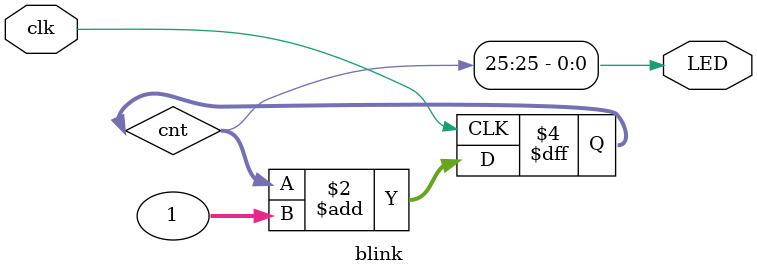
<source format=v>
module blink (
	input wire clk, // 50MHz input clock
	output wire LED // LED output
);

	// create binary counter
	reg [31:0] cnt; // 32b
	
	initial begin
		cnt <= 32'h00000000; // init to zero
	end
	
	always @(posedge clk) begin
		cnt <= cnt + 1; // add one per clock
	end
	
	assign LED = cnt[25]; // blink on order of Hz
endmodule
</source>
